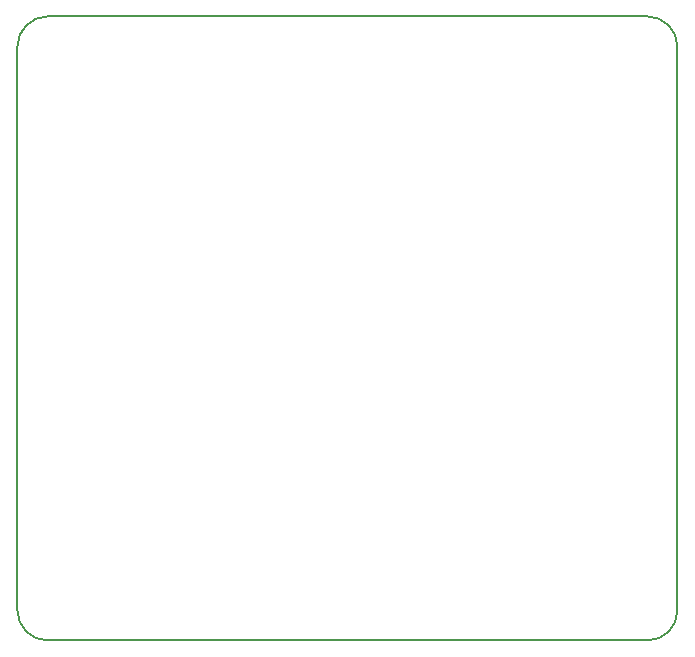
<source format=gbr>
G04 #@! TF.GenerationSoftware,KiCad,Pcbnew,(5.0.2)-1*
G04 #@! TF.CreationDate,2020-05-31T20:37:23-05:00*
G04 #@! TF.ProjectId,ATMEGABootloader_Hardware,41544d45-4741-4426-9f6f-746c6f616465,rev?*
G04 #@! TF.SameCoordinates,Original*
G04 #@! TF.FileFunction,Profile,NP*
%FSLAX46Y46*%
G04 Gerber Fmt 4.6, Leading zero omitted, Abs format (unit mm)*
G04 Created by KiCad (PCBNEW (5.0.2)-1) date 5/31/2020 8:37:23 PM*
%MOMM*%
%LPD*%
G01*
G04 APERTURE LIST*
%ADD10C,0.150000*%
G04 APERTURE END LIST*
D10*
X140716000Y-71628000D02*
X140716000Y-119380000D01*
X196596000Y-119380000D02*
X196596000Y-71628000D01*
X143256000Y-121920000D02*
X194056000Y-121920000D01*
X143256000Y-121920000D02*
G75*
G02X140716000Y-119380000I0J2540000D01*
G01*
X196596000Y-119380000D02*
G75*
G02X194056000Y-121920000I-2540000J0D01*
G01*
X194056000Y-69088000D02*
G75*
G02X196596000Y-71628000I0J-2540000D01*
G01*
X143256000Y-69088000D02*
X194056000Y-69088000D01*
X140716000Y-71628000D02*
G75*
G02X143256000Y-69088000I2540000J0D01*
G01*
M02*

</source>
